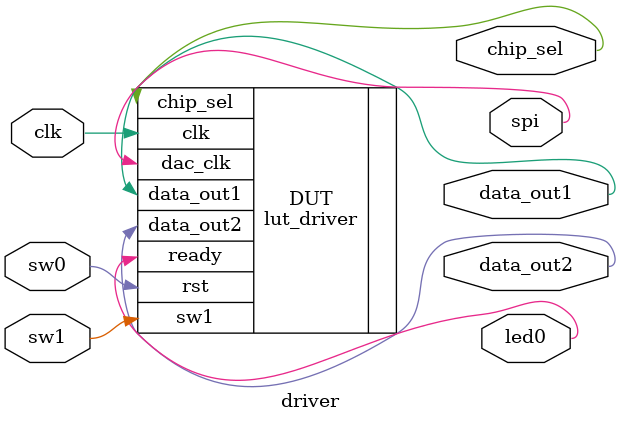
<source format=v>

`timescale 1ns / 1ps


module driver(
    input  clk,
    input  sw0,
    input  sw1,
    output  spi,
    output  chip_sel,
    output  data_out1,
    output  data_out2,
    output led0
    );
    
    lut_driver DUT      (.clk(clk), 
                         .rst(sw0), 
                         .sw1(sw1), 
                         .dac_clk(spi), 
                         .chip_sel(chip_sel), 
                         .data_out1(data_out1), 
                         .data_out2(data_out2), 
                         .ready(led0)
                         );
endmodule

</source>
